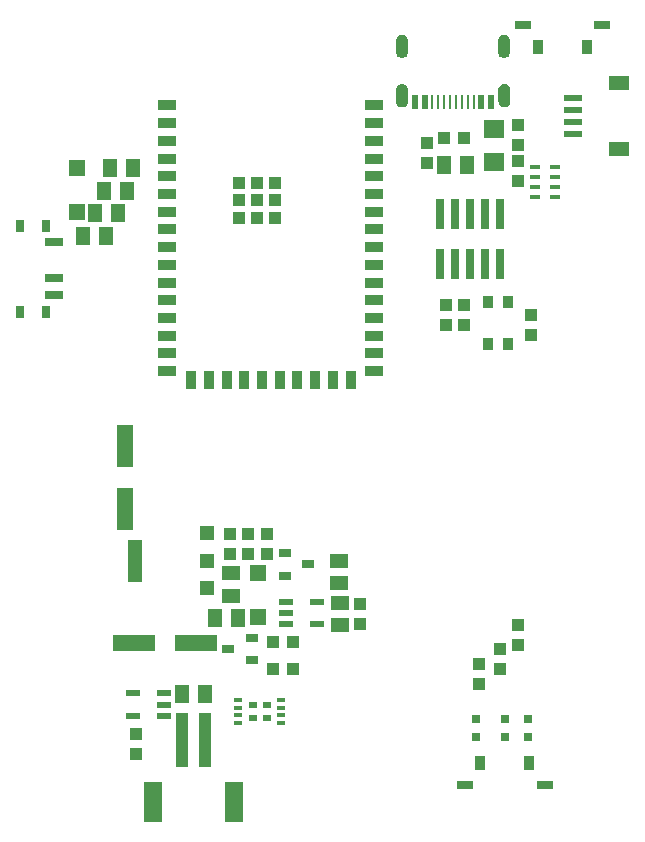
<source format=gbr>
G04 EAGLE Gerber RS-274X export*
G75*
%MOMM*%
%FSLAX34Y34*%
%LPD*%
%INSolderpaste Top*%
%IPPOS*%
%AMOC8*
5,1,8,0,0,1.08239X$1,22.5*%
G01*
%ADD10R,0.800000X0.800000*%
%ADD11R,1.240000X1.500000*%
%ADD12R,1.800000X1.600000*%
%ADD13R,1.000000X1.075000*%
%ADD14R,0.800000X1.000000*%
%ADD15R,1.500000X0.700000*%
%ADD16R,0.760000X2.600000*%
%ADD17R,1.200000X0.550000*%
%ADD18R,1.500000X1.240000*%
%ADD19R,1.000000X4.600000*%
%ADD20R,1.600000X3.400000*%
%ADD21R,1.075000X1.000000*%
%ADD22R,1.400000X1.400000*%
%ADD23R,1.016000X0.635000*%
%ADD24R,0.850000X1.000000*%
%ADD25R,1.400000X3.556000*%
%ADD26R,3.556000X1.400000*%
%ADD27R,1.300000X1.300000*%
%ADD28R,1.300000X3.600000*%
%ADD29R,0.575000X1.150000*%
%ADD30R,0.275000X1.150000*%
%ADD31R,1.500000X0.900000*%
%ADD32R,1.100000X1.100000*%
%ADD33R,0.900000X1.500000*%
%ADD34R,1.550000X0.600000*%
%ADD35R,1.800000X1.200000*%
%ADD36R,0.900000X1.270000*%
%ADD37R,1.450000X0.800000*%
%ADD38R,0.900000X0.450000*%
%ADD39R,0.700000X0.350000*%
%ADD40R,0.800000X0.600000*%

G36*
X336284Y651251D02*
X336284Y651251D01*
X336284Y651252D01*
X336285Y651252D01*
X337359Y651627D01*
X337359Y651628D01*
X337360Y651628D01*
X338323Y652233D01*
X338323Y652234D01*
X338324Y652234D01*
X339128Y653038D01*
X339128Y653039D01*
X339129Y653039D01*
X339734Y654002D01*
X339734Y654003D01*
X339735Y654003D01*
X340110Y655077D01*
X340110Y655078D01*
X340111Y655078D01*
X340112Y655093D01*
X340113Y655098D01*
X340113Y655103D01*
X340114Y655108D01*
X340115Y655113D01*
X340115Y655118D01*
X340116Y655123D01*
X340116Y655128D01*
X340119Y655153D01*
X340120Y655158D01*
X340120Y655163D01*
X340121Y655168D01*
X340121Y655173D01*
X340122Y655178D01*
X340122Y655183D01*
X340123Y655188D01*
X340126Y655213D01*
X340126Y655218D01*
X340127Y655223D01*
X340127Y655228D01*
X340128Y655233D01*
X340129Y655237D01*
X340129Y655238D01*
X340129Y655242D01*
X340129Y655243D01*
X340130Y655247D01*
X340132Y655272D01*
X340133Y655277D01*
X340134Y655282D01*
X340134Y655287D01*
X340135Y655292D01*
X340135Y655297D01*
X340136Y655302D01*
X340136Y655307D01*
X340139Y655332D01*
X340140Y655337D01*
X340140Y655342D01*
X340141Y655347D01*
X340141Y655352D01*
X340142Y655357D01*
X340143Y655362D01*
X340143Y655367D01*
X340145Y655387D01*
X340146Y655392D01*
X340146Y655396D01*
X340146Y655397D01*
X340147Y655401D01*
X340147Y655402D01*
X340148Y655406D01*
X340148Y655411D01*
X340149Y655416D01*
X340149Y655421D01*
X340150Y655426D01*
X340152Y655446D01*
X340153Y655451D01*
X340153Y655456D01*
X340154Y655461D01*
X340154Y655466D01*
X340155Y655471D01*
X340155Y655476D01*
X340156Y655481D01*
X340157Y655486D01*
X340159Y655506D01*
X340159Y655511D01*
X340160Y655516D01*
X340160Y655521D01*
X340161Y655526D01*
X340162Y655531D01*
X340162Y655536D01*
X340163Y655541D01*
X340163Y655546D01*
X340165Y655565D01*
X340166Y655565D01*
X340166Y655570D01*
X340167Y655575D01*
X340167Y655580D01*
X340168Y655585D01*
X340168Y655590D01*
X340169Y655595D01*
X340169Y655600D01*
X340170Y655605D01*
X340172Y655625D01*
X340173Y655630D01*
X340173Y655635D01*
X340174Y655640D01*
X340174Y655645D01*
X340175Y655650D01*
X340176Y655655D01*
X340176Y655660D01*
X340177Y655665D01*
X340179Y655685D01*
X340179Y655690D01*
X340180Y655690D01*
X340179Y655690D01*
X340180Y655695D01*
X340181Y655700D01*
X340181Y655705D01*
X340182Y655710D01*
X340182Y655714D01*
X340182Y655715D01*
X340183Y655719D01*
X340183Y655720D01*
X340183Y655724D01*
X340186Y655744D01*
X340186Y655749D01*
X340187Y655754D01*
X340187Y655759D01*
X340188Y655764D01*
X340188Y655769D01*
X340189Y655774D01*
X340190Y655779D01*
X340190Y655784D01*
X340192Y655804D01*
X340193Y655809D01*
X340193Y655814D01*
X340194Y655814D01*
X340193Y655814D01*
X340194Y655819D01*
X340195Y655824D01*
X340195Y655829D01*
X340196Y655834D01*
X340196Y655839D01*
X340197Y655844D01*
X340199Y655864D01*
X340200Y655869D01*
X340200Y655873D01*
X340200Y655874D01*
X340201Y655878D01*
X340201Y655879D01*
X340201Y655883D01*
X340202Y655888D01*
X340202Y655893D01*
X340203Y655898D01*
X340204Y655903D01*
X340206Y655923D01*
X340206Y655928D01*
X340207Y655933D01*
X340207Y655938D01*
X340208Y655938D01*
X340207Y655938D01*
X340208Y655943D01*
X340209Y655948D01*
X340209Y655953D01*
X340210Y655958D01*
X340210Y655963D01*
X340213Y655983D01*
X340213Y655988D01*
X340214Y655993D01*
X340214Y655998D01*
X340215Y656003D01*
X340215Y656008D01*
X340216Y656013D01*
X340216Y656018D01*
X340217Y656023D01*
X340219Y656042D01*
X340220Y656047D01*
X340220Y656052D01*
X340221Y656057D01*
X340221Y656062D01*
X340222Y656062D01*
X340221Y656062D01*
X340222Y656067D01*
X340223Y656072D01*
X340223Y656077D01*
X340226Y656102D01*
X340227Y656107D01*
X340227Y656112D01*
X340228Y656117D01*
X340228Y656122D01*
X340229Y656127D01*
X340229Y656132D01*
X340230Y656137D01*
X340233Y656162D01*
X340233Y656167D01*
X340234Y656172D01*
X340234Y656177D01*
X340235Y656182D01*
X340235Y656187D01*
X340236Y656187D01*
X340235Y656187D01*
X340236Y656191D01*
X340236Y656192D01*
X340237Y656196D01*
X340237Y656197D01*
X340238Y656208D01*
X340238Y656209D01*
X340238Y665861D01*
X340238Y665862D01*
X340111Y666992D01*
X340110Y666992D01*
X340110Y666993D01*
X339735Y668067D01*
X339734Y668067D01*
X339734Y668068D01*
X339129Y669031D01*
X339128Y669031D01*
X339128Y669032D01*
X338324Y669836D01*
X338323Y669836D01*
X338323Y669837D01*
X337360Y670442D01*
X337359Y670442D01*
X337359Y670443D01*
X336285Y670818D01*
X336284Y670818D01*
X336284Y670819D01*
X335154Y670946D01*
X335153Y670946D01*
X335152Y670946D01*
X334918Y670920D01*
X334565Y670880D01*
X334213Y670840D01*
X334079Y670825D01*
X334078Y670824D01*
X334077Y670825D01*
X333057Y670468D01*
X333057Y670467D01*
X333056Y670467D01*
X332141Y669892D01*
X331376Y669128D01*
X331376Y669127D01*
X330801Y668212D01*
X330801Y668211D01*
X330800Y668211D01*
X330443Y667191D01*
X330444Y667190D01*
X330443Y667189D01*
X330442Y667184D01*
X330442Y667179D01*
X330441Y667174D01*
X330439Y667154D01*
X330439Y667149D01*
X330438Y667149D01*
X330439Y667149D01*
X330438Y667144D01*
X330437Y667139D01*
X330437Y667134D01*
X330436Y667129D01*
X330436Y667124D01*
X330435Y667119D01*
X330432Y667094D01*
X330432Y667089D01*
X330431Y667084D01*
X330431Y667079D01*
X330430Y667074D01*
X330430Y667069D01*
X330429Y667064D01*
X330428Y667059D01*
X330426Y667035D01*
X330425Y667030D01*
X330425Y667025D01*
X330424Y667025D01*
X330425Y667025D01*
X330424Y667020D01*
X330423Y667015D01*
X330423Y667010D01*
X330422Y667005D01*
X330422Y667000D01*
X330419Y666980D01*
X330419Y666975D01*
X330418Y666970D01*
X330418Y666965D01*
X330417Y666960D01*
X330417Y666955D01*
X330416Y666950D01*
X330416Y666945D01*
X330415Y666940D01*
X330413Y666920D01*
X330412Y666915D01*
X330412Y666910D01*
X330411Y666905D01*
X330411Y666900D01*
X330410Y666900D01*
X330411Y666900D01*
X330410Y666895D01*
X330409Y666891D01*
X330409Y666890D01*
X330409Y666886D01*
X330409Y666885D01*
X330408Y666881D01*
X330406Y666861D01*
X330405Y666856D01*
X330405Y666851D01*
X330404Y666846D01*
X330404Y666841D01*
X330403Y666836D01*
X330403Y666831D01*
X330402Y666826D01*
X330402Y666821D01*
X330399Y666801D01*
X330399Y666796D01*
X330398Y666791D01*
X330398Y666786D01*
X330397Y666781D01*
X330397Y666776D01*
X330396Y666776D01*
X330397Y666776D01*
X330396Y666771D01*
X330395Y666766D01*
X330393Y666741D01*
X330392Y666736D01*
X330391Y666732D01*
X330391Y666731D01*
X330391Y666727D01*
X330391Y666726D01*
X330390Y666722D01*
X330390Y666717D01*
X330389Y666712D01*
X330389Y666707D01*
X330386Y666682D01*
X330385Y666677D01*
X330385Y666672D01*
X330384Y666667D01*
X330384Y666662D01*
X330383Y666657D01*
X330383Y666652D01*
X330382Y666652D01*
X330383Y666652D01*
X330382Y666647D01*
X330380Y666627D01*
X330379Y666622D01*
X330379Y666617D01*
X330378Y666612D01*
X330377Y666607D01*
X330377Y666602D01*
X330376Y666597D01*
X330376Y666592D01*
X330375Y666587D01*
X330373Y666568D01*
X330373Y666567D01*
X330372Y666563D01*
X330372Y666558D01*
X330371Y666553D01*
X330371Y666548D01*
X330370Y666543D01*
X330370Y666538D01*
X330369Y666533D01*
X330369Y666528D01*
X330368Y666528D01*
X330369Y666528D01*
X330366Y666508D01*
X330366Y666503D01*
X330365Y666498D01*
X330365Y666493D01*
X330364Y666488D01*
X330363Y666483D01*
X330363Y666478D01*
X330362Y666473D01*
X330362Y666468D01*
X330360Y666448D01*
X330359Y666443D01*
X330358Y666438D01*
X330358Y666433D01*
X330357Y666428D01*
X330357Y666423D01*
X330356Y666418D01*
X330356Y666414D01*
X330356Y666413D01*
X330353Y666389D01*
X330352Y666384D01*
X330352Y666379D01*
X330351Y666374D01*
X330351Y666369D01*
X330350Y666364D01*
X330349Y666359D01*
X330349Y666354D01*
X330346Y666329D01*
X330346Y666324D01*
X330345Y666319D01*
X330344Y666314D01*
X330344Y666309D01*
X330343Y666304D01*
X330343Y666299D01*
X330342Y666294D01*
X330340Y666274D01*
X330339Y666269D01*
X330339Y666264D01*
X330338Y666259D01*
X330338Y666255D01*
X330338Y666254D01*
X330337Y666250D01*
X330337Y666249D01*
X330337Y666245D01*
X330336Y666240D01*
X330335Y666235D01*
X330333Y666215D01*
X330333Y666210D01*
X330332Y666205D01*
X330332Y666200D01*
X330331Y666195D01*
X330330Y666190D01*
X330330Y666185D01*
X330329Y666180D01*
X330329Y666175D01*
X330327Y666155D01*
X330326Y666150D01*
X330325Y666145D01*
X330325Y666140D01*
X330324Y666135D01*
X330324Y666130D01*
X330323Y666125D01*
X330323Y666120D01*
X330322Y666116D01*
X330322Y666115D01*
X330322Y655955D01*
X330322Y655954D01*
X330443Y654881D01*
X330444Y654880D01*
X330443Y654879D01*
X330800Y653859D01*
X330801Y653859D01*
X330801Y653858D01*
X331376Y652943D01*
X332141Y652178D01*
X333056Y651603D01*
X333057Y651603D01*
X333057Y651602D01*
X334077Y651245D01*
X334078Y651246D01*
X334079Y651245D01*
X335152Y651124D01*
X335153Y651125D01*
X335154Y651124D01*
X336284Y651251D01*
G37*
G36*
X422644Y651251D02*
X422644Y651251D01*
X422644Y651252D01*
X422645Y651252D01*
X423719Y651627D01*
X423719Y651628D01*
X423720Y651628D01*
X424683Y652233D01*
X424683Y652234D01*
X424684Y652234D01*
X425488Y653038D01*
X425488Y653039D01*
X425489Y653039D01*
X426094Y654002D01*
X426094Y654003D01*
X426095Y654003D01*
X426470Y655077D01*
X426470Y655078D01*
X426471Y655078D01*
X426472Y655093D01*
X426473Y655098D01*
X426473Y655103D01*
X426474Y655108D01*
X426475Y655113D01*
X426475Y655118D01*
X426476Y655123D01*
X426476Y655128D01*
X426479Y655153D01*
X426480Y655158D01*
X426480Y655163D01*
X426481Y655168D01*
X426481Y655173D01*
X426482Y655178D01*
X426482Y655183D01*
X426483Y655188D01*
X426486Y655213D01*
X426486Y655218D01*
X426487Y655223D01*
X426487Y655228D01*
X426488Y655233D01*
X426489Y655237D01*
X426489Y655238D01*
X426489Y655242D01*
X426489Y655243D01*
X426490Y655247D01*
X426492Y655272D01*
X426493Y655277D01*
X426494Y655282D01*
X426494Y655287D01*
X426495Y655292D01*
X426495Y655297D01*
X426496Y655302D01*
X426496Y655307D01*
X426499Y655332D01*
X426500Y655337D01*
X426500Y655342D01*
X426501Y655347D01*
X426501Y655352D01*
X426502Y655357D01*
X426503Y655362D01*
X426503Y655367D01*
X426505Y655387D01*
X426506Y655392D01*
X426506Y655396D01*
X426506Y655397D01*
X426507Y655401D01*
X426507Y655402D01*
X426508Y655406D01*
X426508Y655411D01*
X426509Y655416D01*
X426509Y655421D01*
X426510Y655426D01*
X426512Y655446D01*
X426513Y655451D01*
X426513Y655456D01*
X426514Y655461D01*
X426514Y655466D01*
X426515Y655471D01*
X426515Y655476D01*
X426516Y655481D01*
X426517Y655486D01*
X426519Y655506D01*
X426519Y655511D01*
X426520Y655516D01*
X426520Y655521D01*
X426521Y655526D01*
X426522Y655531D01*
X426522Y655536D01*
X426523Y655541D01*
X426523Y655546D01*
X426525Y655565D01*
X426526Y655565D01*
X426526Y655570D01*
X426527Y655575D01*
X426527Y655580D01*
X426528Y655585D01*
X426528Y655590D01*
X426529Y655595D01*
X426529Y655600D01*
X426530Y655605D01*
X426532Y655625D01*
X426533Y655630D01*
X426533Y655635D01*
X426534Y655640D01*
X426534Y655645D01*
X426535Y655650D01*
X426536Y655655D01*
X426536Y655660D01*
X426537Y655665D01*
X426539Y655685D01*
X426539Y655690D01*
X426540Y655690D01*
X426539Y655690D01*
X426540Y655695D01*
X426541Y655700D01*
X426541Y655705D01*
X426542Y655710D01*
X426542Y655714D01*
X426542Y655715D01*
X426543Y655719D01*
X426543Y655720D01*
X426543Y655724D01*
X426546Y655744D01*
X426546Y655749D01*
X426547Y655754D01*
X426547Y655759D01*
X426548Y655764D01*
X426548Y655769D01*
X426549Y655774D01*
X426550Y655779D01*
X426550Y655784D01*
X426552Y655804D01*
X426553Y655809D01*
X426553Y655814D01*
X426554Y655814D01*
X426553Y655814D01*
X426554Y655819D01*
X426555Y655824D01*
X426555Y655829D01*
X426556Y655834D01*
X426556Y655839D01*
X426557Y655844D01*
X426559Y655864D01*
X426560Y655869D01*
X426560Y655873D01*
X426560Y655874D01*
X426561Y655878D01*
X426561Y655879D01*
X426561Y655883D01*
X426562Y655888D01*
X426562Y655893D01*
X426563Y655898D01*
X426564Y655903D01*
X426566Y655923D01*
X426566Y655928D01*
X426567Y655933D01*
X426567Y655938D01*
X426568Y655938D01*
X426567Y655938D01*
X426568Y655943D01*
X426569Y655948D01*
X426569Y655953D01*
X426570Y655958D01*
X426570Y655963D01*
X426573Y655983D01*
X426573Y655988D01*
X426574Y655993D01*
X426574Y655998D01*
X426575Y656003D01*
X426575Y656008D01*
X426576Y656013D01*
X426576Y656018D01*
X426577Y656023D01*
X426579Y656042D01*
X426580Y656047D01*
X426580Y656052D01*
X426581Y656057D01*
X426581Y656062D01*
X426582Y656062D01*
X426581Y656062D01*
X426582Y656067D01*
X426583Y656072D01*
X426583Y656077D01*
X426586Y656102D01*
X426587Y656107D01*
X426587Y656112D01*
X426588Y656117D01*
X426588Y656122D01*
X426589Y656127D01*
X426589Y656132D01*
X426590Y656137D01*
X426593Y656162D01*
X426593Y656167D01*
X426594Y656172D01*
X426594Y656177D01*
X426595Y656182D01*
X426595Y656187D01*
X426596Y656187D01*
X426595Y656187D01*
X426596Y656191D01*
X426596Y656192D01*
X426597Y656196D01*
X426597Y656197D01*
X426598Y656208D01*
X426598Y656209D01*
X426598Y665861D01*
X426598Y665862D01*
X426471Y666992D01*
X426470Y666992D01*
X426470Y666993D01*
X426095Y668067D01*
X426094Y668067D01*
X426094Y668068D01*
X425489Y669031D01*
X425488Y669031D01*
X425488Y669032D01*
X424684Y669836D01*
X424683Y669836D01*
X424683Y669837D01*
X423720Y670442D01*
X423719Y670442D01*
X423719Y670443D01*
X422645Y670818D01*
X422644Y670818D01*
X422644Y670819D01*
X421514Y670946D01*
X421513Y670946D01*
X421512Y670946D01*
X421278Y670920D01*
X420925Y670880D01*
X420573Y670840D01*
X420439Y670825D01*
X420438Y670824D01*
X420437Y670825D01*
X419417Y670468D01*
X419417Y670467D01*
X419416Y670467D01*
X418501Y669892D01*
X417736Y669128D01*
X417736Y669127D01*
X417161Y668212D01*
X417161Y668211D01*
X417160Y668211D01*
X416803Y667191D01*
X416804Y667190D01*
X416803Y667189D01*
X416802Y667184D01*
X416802Y667179D01*
X416801Y667174D01*
X416799Y667154D01*
X416799Y667149D01*
X416798Y667149D01*
X416799Y667149D01*
X416798Y667144D01*
X416797Y667139D01*
X416797Y667134D01*
X416796Y667129D01*
X416796Y667124D01*
X416795Y667119D01*
X416792Y667094D01*
X416792Y667089D01*
X416791Y667084D01*
X416791Y667079D01*
X416790Y667074D01*
X416790Y667069D01*
X416789Y667064D01*
X416788Y667059D01*
X416786Y667035D01*
X416785Y667030D01*
X416785Y667025D01*
X416784Y667025D01*
X416785Y667025D01*
X416784Y667020D01*
X416783Y667015D01*
X416783Y667010D01*
X416782Y667005D01*
X416782Y667000D01*
X416779Y666980D01*
X416779Y666975D01*
X416778Y666970D01*
X416778Y666965D01*
X416777Y666960D01*
X416777Y666955D01*
X416776Y666950D01*
X416776Y666945D01*
X416775Y666940D01*
X416773Y666920D01*
X416772Y666915D01*
X416772Y666910D01*
X416771Y666905D01*
X416771Y666900D01*
X416770Y666900D01*
X416771Y666900D01*
X416770Y666895D01*
X416769Y666891D01*
X416769Y666890D01*
X416769Y666886D01*
X416769Y666885D01*
X416768Y666881D01*
X416766Y666861D01*
X416765Y666856D01*
X416765Y666851D01*
X416764Y666846D01*
X416764Y666841D01*
X416763Y666836D01*
X416763Y666831D01*
X416762Y666826D01*
X416762Y666821D01*
X416759Y666801D01*
X416759Y666796D01*
X416758Y666791D01*
X416758Y666786D01*
X416757Y666781D01*
X416757Y666776D01*
X416756Y666776D01*
X416757Y666776D01*
X416756Y666771D01*
X416755Y666766D01*
X416753Y666741D01*
X416752Y666736D01*
X416751Y666732D01*
X416751Y666731D01*
X416751Y666727D01*
X416751Y666726D01*
X416750Y666722D01*
X416750Y666717D01*
X416749Y666712D01*
X416749Y666707D01*
X416746Y666682D01*
X416745Y666677D01*
X416745Y666672D01*
X416744Y666667D01*
X416744Y666662D01*
X416743Y666657D01*
X416743Y666652D01*
X416742Y666652D01*
X416743Y666652D01*
X416742Y666647D01*
X416740Y666627D01*
X416739Y666622D01*
X416739Y666617D01*
X416738Y666612D01*
X416737Y666607D01*
X416737Y666602D01*
X416736Y666597D01*
X416736Y666592D01*
X416735Y666587D01*
X416733Y666568D01*
X416733Y666567D01*
X416732Y666563D01*
X416732Y666558D01*
X416731Y666553D01*
X416731Y666548D01*
X416730Y666543D01*
X416730Y666538D01*
X416729Y666533D01*
X416729Y666528D01*
X416728Y666528D01*
X416729Y666528D01*
X416726Y666508D01*
X416726Y666503D01*
X416725Y666498D01*
X416725Y666493D01*
X416724Y666488D01*
X416723Y666483D01*
X416723Y666478D01*
X416722Y666473D01*
X416722Y666468D01*
X416720Y666448D01*
X416719Y666443D01*
X416718Y666438D01*
X416718Y666433D01*
X416717Y666428D01*
X416717Y666423D01*
X416716Y666418D01*
X416716Y666414D01*
X416716Y666413D01*
X416713Y666389D01*
X416712Y666384D01*
X416712Y666379D01*
X416711Y666374D01*
X416711Y666369D01*
X416710Y666364D01*
X416709Y666359D01*
X416709Y666354D01*
X416706Y666329D01*
X416706Y666324D01*
X416705Y666319D01*
X416704Y666314D01*
X416704Y666309D01*
X416703Y666304D01*
X416703Y666299D01*
X416702Y666294D01*
X416700Y666274D01*
X416699Y666269D01*
X416699Y666264D01*
X416698Y666259D01*
X416698Y666255D01*
X416698Y666254D01*
X416697Y666250D01*
X416697Y666249D01*
X416697Y666245D01*
X416696Y666240D01*
X416695Y666235D01*
X416693Y666215D01*
X416693Y666210D01*
X416692Y666205D01*
X416692Y666200D01*
X416691Y666195D01*
X416690Y666190D01*
X416690Y666185D01*
X416689Y666180D01*
X416689Y666175D01*
X416687Y666155D01*
X416686Y666150D01*
X416685Y666145D01*
X416685Y666140D01*
X416684Y666135D01*
X416684Y666130D01*
X416683Y666125D01*
X416683Y666120D01*
X416682Y666116D01*
X416682Y666115D01*
X416682Y655955D01*
X416682Y655954D01*
X416803Y654881D01*
X416804Y654880D01*
X416803Y654879D01*
X417160Y653859D01*
X417161Y653859D01*
X417161Y653858D01*
X417736Y652943D01*
X418501Y652178D01*
X419416Y651603D01*
X419417Y651603D01*
X419417Y651602D01*
X420437Y651245D01*
X420438Y651246D01*
X420439Y651245D01*
X421512Y651124D01*
X421513Y651125D01*
X421514Y651124D01*
X422644Y651251D01*
G37*
G36*
X422771Y609468D02*
X422771Y609468D01*
X422771Y609469D01*
X422772Y609469D01*
X423846Y609844D01*
X423846Y609845D01*
X423847Y609845D01*
X424810Y610450D01*
X424810Y610451D01*
X424811Y610451D01*
X425615Y611255D01*
X425615Y611256D01*
X425616Y611256D01*
X426221Y612219D01*
X426221Y612220D01*
X426222Y612220D01*
X426597Y613294D01*
X426597Y613295D01*
X426598Y613295D01*
X426599Y613310D01*
X426600Y613315D01*
X426600Y613320D01*
X426601Y613325D01*
X426602Y613330D01*
X426602Y613335D01*
X426603Y613340D01*
X426603Y613345D01*
X426606Y613370D01*
X426607Y613375D01*
X426607Y613380D01*
X426608Y613385D01*
X426608Y613390D01*
X426609Y613395D01*
X426609Y613400D01*
X426610Y613405D01*
X426613Y613430D01*
X426613Y613435D01*
X426614Y613440D01*
X426614Y613445D01*
X426615Y613450D01*
X426616Y613454D01*
X426616Y613455D01*
X426616Y613459D01*
X426616Y613460D01*
X426617Y613464D01*
X426619Y613489D01*
X426620Y613494D01*
X426621Y613499D01*
X426621Y613504D01*
X426622Y613509D01*
X426622Y613514D01*
X426623Y613519D01*
X426623Y613524D01*
X426626Y613549D01*
X426627Y613554D01*
X426627Y613559D01*
X426628Y613564D01*
X426628Y613569D01*
X426629Y613574D01*
X426630Y613579D01*
X426630Y613584D01*
X426632Y613604D01*
X426633Y613609D01*
X426633Y613613D01*
X426633Y613614D01*
X426634Y613618D01*
X426634Y613619D01*
X426635Y613623D01*
X426635Y613628D01*
X426636Y613633D01*
X426636Y613638D01*
X426637Y613643D01*
X426639Y613663D01*
X426640Y613668D01*
X426640Y613673D01*
X426641Y613678D01*
X426641Y613683D01*
X426642Y613688D01*
X426642Y613693D01*
X426643Y613698D01*
X426644Y613703D01*
X426646Y613723D01*
X426646Y613728D01*
X426647Y613733D01*
X426647Y613738D01*
X426648Y613743D01*
X426649Y613748D01*
X426649Y613753D01*
X426650Y613758D01*
X426650Y613763D01*
X426652Y613782D01*
X426653Y613782D01*
X426653Y613787D01*
X426654Y613792D01*
X426654Y613797D01*
X426655Y613802D01*
X426655Y613807D01*
X426656Y613812D01*
X426656Y613817D01*
X426657Y613822D01*
X426659Y613842D01*
X426660Y613847D01*
X426660Y613852D01*
X426661Y613857D01*
X426661Y613862D01*
X426662Y613867D01*
X426663Y613872D01*
X426663Y613877D01*
X426664Y613882D01*
X426666Y613902D01*
X426666Y613907D01*
X426667Y613907D01*
X426666Y613907D01*
X426667Y613912D01*
X426668Y613917D01*
X426668Y613922D01*
X426669Y613927D01*
X426669Y613931D01*
X426669Y613932D01*
X426670Y613936D01*
X426670Y613937D01*
X426670Y613941D01*
X426673Y613961D01*
X426673Y613966D01*
X426674Y613971D01*
X426674Y613976D01*
X426675Y613981D01*
X426675Y613986D01*
X426676Y613991D01*
X426677Y613996D01*
X426677Y614001D01*
X426679Y614021D01*
X426680Y614026D01*
X426680Y614031D01*
X426681Y614031D01*
X426680Y614031D01*
X426681Y614036D01*
X426682Y614041D01*
X426682Y614046D01*
X426683Y614051D01*
X426683Y614056D01*
X426684Y614061D01*
X426686Y614081D01*
X426687Y614086D01*
X426687Y614090D01*
X426687Y614091D01*
X426688Y614095D01*
X426688Y614096D01*
X426688Y614100D01*
X426689Y614105D01*
X426689Y614110D01*
X426690Y614115D01*
X426691Y614120D01*
X426693Y614140D01*
X426693Y614145D01*
X426694Y614150D01*
X426694Y614155D01*
X426695Y614155D01*
X426694Y614155D01*
X426695Y614160D01*
X426696Y614165D01*
X426696Y614170D01*
X426697Y614175D01*
X426697Y614180D01*
X426700Y614200D01*
X426700Y614205D01*
X426701Y614210D01*
X426701Y614215D01*
X426702Y614220D01*
X426702Y614225D01*
X426703Y614230D01*
X426703Y614235D01*
X426704Y614240D01*
X426706Y614259D01*
X426707Y614264D01*
X426707Y614269D01*
X426708Y614274D01*
X426708Y614279D01*
X426709Y614279D01*
X426708Y614279D01*
X426709Y614284D01*
X426710Y614289D01*
X426710Y614294D01*
X426713Y614319D01*
X426714Y614324D01*
X426714Y614329D01*
X426715Y614334D01*
X426715Y614339D01*
X426716Y614344D01*
X426716Y614349D01*
X426717Y614354D01*
X426720Y614379D01*
X426720Y614384D01*
X426721Y614389D01*
X426721Y614394D01*
X426722Y614399D01*
X426722Y614404D01*
X426723Y614404D01*
X426722Y614404D01*
X426723Y614408D01*
X426723Y614409D01*
X426724Y614413D01*
X426724Y614414D01*
X426725Y614425D01*
X426725Y614426D01*
X426725Y624078D01*
X426725Y624079D01*
X426598Y625209D01*
X426597Y625209D01*
X426597Y625210D01*
X426222Y626284D01*
X426221Y626284D01*
X426221Y626285D01*
X425616Y627248D01*
X425615Y627248D01*
X425615Y627249D01*
X424811Y628053D01*
X424810Y628053D01*
X424810Y628054D01*
X423847Y628659D01*
X423846Y628659D01*
X423846Y628660D01*
X422772Y629035D01*
X422771Y629035D01*
X422771Y629036D01*
X421641Y629163D01*
X421640Y629163D01*
X421639Y629163D01*
X421405Y629137D01*
X421052Y629097D01*
X420700Y629057D01*
X420566Y629042D01*
X420565Y629041D01*
X420564Y629042D01*
X419544Y628685D01*
X419544Y628684D01*
X419543Y628684D01*
X418628Y628109D01*
X417863Y627345D01*
X417863Y627344D01*
X417288Y626429D01*
X417288Y626428D01*
X417287Y626428D01*
X416930Y625408D01*
X416931Y625407D01*
X416930Y625406D01*
X416929Y625401D01*
X416929Y625396D01*
X416928Y625391D01*
X416926Y625371D01*
X416926Y625366D01*
X416925Y625366D01*
X416926Y625366D01*
X416925Y625361D01*
X416924Y625356D01*
X416924Y625351D01*
X416923Y625346D01*
X416923Y625341D01*
X416922Y625336D01*
X416919Y625311D01*
X416919Y625306D01*
X416918Y625301D01*
X416918Y625296D01*
X416917Y625291D01*
X416917Y625286D01*
X416916Y625281D01*
X416915Y625276D01*
X416913Y625252D01*
X416912Y625247D01*
X416912Y625242D01*
X416911Y625242D01*
X416912Y625242D01*
X416911Y625237D01*
X416910Y625232D01*
X416910Y625227D01*
X416909Y625222D01*
X416909Y625217D01*
X416906Y625197D01*
X416906Y625192D01*
X416905Y625187D01*
X416905Y625182D01*
X416904Y625177D01*
X416904Y625172D01*
X416903Y625167D01*
X416903Y625162D01*
X416902Y625157D01*
X416900Y625137D01*
X416899Y625132D01*
X416899Y625127D01*
X416898Y625122D01*
X416898Y625117D01*
X416897Y625117D01*
X416898Y625117D01*
X416897Y625112D01*
X416896Y625108D01*
X416896Y625107D01*
X416896Y625103D01*
X416896Y625102D01*
X416895Y625098D01*
X416893Y625078D01*
X416892Y625073D01*
X416892Y625068D01*
X416891Y625063D01*
X416891Y625058D01*
X416890Y625053D01*
X416890Y625048D01*
X416889Y625043D01*
X416889Y625038D01*
X416886Y625018D01*
X416886Y625013D01*
X416885Y625008D01*
X416885Y625003D01*
X416884Y624998D01*
X416884Y624993D01*
X416883Y624993D01*
X416884Y624993D01*
X416883Y624988D01*
X416882Y624983D01*
X416880Y624958D01*
X416879Y624953D01*
X416878Y624949D01*
X416878Y624948D01*
X416878Y624944D01*
X416878Y624943D01*
X416877Y624939D01*
X416877Y624934D01*
X416876Y624929D01*
X416876Y624924D01*
X416873Y624899D01*
X416872Y624894D01*
X416872Y624889D01*
X416871Y624884D01*
X416871Y624879D01*
X416870Y624874D01*
X416870Y624869D01*
X416869Y624869D01*
X416870Y624869D01*
X416869Y624864D01*
X416867Y624844D01*
X416866Y624839D01*
X416866Y624834D01*
X416865Y624829D01*
X416864Y624824D01*
X416864Y624819D01*
X416863Y624814D01*
X416863Y624809D01*
X416862Y624804D01*
X416860Y624785D01*
X416860Y624784D01*
X416859Y624780D01*
X416859Y624775D01*
X416858Y624770D01*
X416858Y624765D01*
X416857Y624760D01*
X416857Y624755D01*
X416856Y624750D01*
X416856Y624745D01*
X416855Y624745D01*
X416856Y624745D01*
X416853Y624725D01*
X416853Y624720D01*
X416852Y624715D01*
X416852Y624710D01*
X416851Y624705D01*
X416850Y624700D01*
X416850Y624695D01*
X416849Y624690D01*
X416849Y624685D01*
X416847Y624665D01*
X416846Y624660D01*
X416845Y624655D01*
X416845Y624650D01*
X416844Y624645D01*
X416844Y624640D01*
X416843Y624635D01*
X416843Y624631D01*
X416843Y624630D01*
X416840Y624606D01*
X416839Y624601D01*
X416839Y624596D01*
X416838Y624591D01*
X416838Y624586D01*
X416837Y624581D01*
X416836Y624576D01*
X416836Y624571D01*
X416833Y624546D01*
X416833Y624541D01*
X416832Y624536D01*
X416831Y624531D01*
X416831Y624526D01*
X416830Y624521D01*
X416830Y624516D01*
X416829Y624511D01*
X416827Y624491D01*
X416826Y624486D01*
X416826Y624481D01*
X416825Y624476D01*
X416825Y624472D01*
X416825Y624471D01*
X416824Y624467D01*
X416824Y624466D01*
X416824Y624462D01*
X416823Y624457D01*
X416822Y624452D01*
X416820Y624432D01*
X416820Y624427D01*
X416819Y624422D01*
X416819Y624417D01*
X416818Y624412D01*
X416817Y624407D01*
X416817Y624402D01*
X416816Y624397D01*
X416816Y624392D01*
X416814Y624372D01*
X416813Y624367D01*
X416812Y624362D01*
X416812Y624357D01*
X416811Y624352D01*
X416811Y624347D01*
X416810Y624342D01*
X416810Y624337D01*
X416809Y624333D01*
X416809Y624332D01*
X416809Y614172D01*
X416809Y614171D01*
X416930Y613098D01*
X416931Y613097D01*
X416930Y613096D01*
X417287Y612076D01*
X417288Y612076D01*
X417288Y612075D01*
X417863Y611160D01*
X418628Y610395D01*
X419543Y609820D01*
X419544Y609820D01*
X419544Y609819D01*
X420564Y609462D01*
X420565Y609463D01*
X420566Y609462D01*
X421639Y609341D01*
X421640Y609342D01*
X421641Y609341D01*
X422771Y609468D01*
G37*
G36*
X336284Y609341D02*
X336284Y609341D01*
X336284Y609342D01*
X336285Y609342D01*
X337359Y609717D01*
X337359Y609718D01*
X337360Y609718D01*
X338323Y610323D01*
X338323Y610324D01*
X338324Y610324D01*
X339128Y611128D01*
X339128Y611129D01*
X339129Y611129D01*
X339734Y612092D01*
X339734Y612093D01*
X339735Y612093D01*
X340110Y613167D01*
X340110Y613168D01*
X340111Y613168D01*
X340112Y613183D01*
X340113Y613188D01*
X340113Y613193D01*
X340114Y613198D01*
X340115Y613203D01*
X340115Y613208D01*
X340116Y613213D01*
X340116Y613218D01*
X340119Y613243D01*
X340120Y613248D01*
X340120Y613253D01*
X340121Y613258D01*
X340121Y613263D01*
X340122Y613268D01*
X340122Y613273D01*
X340123Y613278D01*
X340126Y613303D01*
X340126Y613308D01*
X340127Y613313D01*
X340127Y613318D01*
X340128Y613323D01*
X340129Y613327D01*
X340129Y613328D01*
X340129Y613332D01*
X340129Y613333D01*
X340130Y613337D01*
X340132Y613362D01*
X340133Y613367D01*
X340134Y613372D01*
X340134Y613377D01*
X340135Y613382D01*
X340135Y613387D01*
X340136Y613392D01*
X340136Y613397D01*
X340139Y613422D01*
X340140Y613427D01*
X340140Y613432D01*
X340141Y613437D01*
X340141Y613442D01*
X340142Y613447D01*
X340143Y613452D01*
X340143Y613457D01*
X340145Y613477D01*
X340146Y613482D01*
X340146Y613486D01*
X340146Y613487D01*
X340147Y613491D01*
X340147Y613492D01*
X340148Y613496D01*
X340148Y613501D01*
X340149Y613506D01*
X340149Y613511D01*
X340150Y613516D01*
X340152Y613536D01*
X340153Y613541D01*
X340153Y613546D01*
X340154Y613551D01*
X340154Y613556D01*
X340155Y613561D01*
X340155Y613566D01*
X340156Y613571D01*
X340157Y613576D01*
X340159Y613596D01*
X340159Y613601D01*
X340160Y613606D01*
X340160Y613611D01*
X340161Y613616D01*
X340162Y613621D01*
X340162Y613626D01*
X340163Y613631D01*
X340163Y613636D01*
X340165Y613655D01*
X340166Y613655D01*
X340166Y613660D01*
X340167Y613665D01*
X340167Y613670D01*
X340168Y613675D01*
X340168Y613680D01*
X340169Y613685D01*
X340169Y613690D01*
X340170Y613695D01*
X340172Y613715D01*
X340173Y613720D01*
X340173Y613725D01*
X340174Y613730D01*
X340174Y613735D01*
X340175Y613740D01*
X340176Y613745D01*
X340176Y613750D01*
X340177Y613755D01*
X340179Y613775D01*
X340179Y613780D01*
X340180Y613780D01*
X340179Y613780D01*
X340180Y613785D01*
X340181Y613790D01*
X340181Y613795D01*
X340182Y613800D01*
X340182Y613804D01*
X340182Y613805D01*
X340183Y613809D01*
X340183Y613810D01*
X340183Y613814D01*
X340186Y613834D01*
X340186Y613839D01*
X340187Y613844D01*
X340187Y613849D01*
X340188Y613854D01*
X340188Y613859D01*
X340189Y613864D01*
X340190Y613869D01*
X340190Y613874D01*
X340192Y613894D01*
X340193Y613899D01*
X340193Y613904D01*
X340194Y613904D01*
X340193Y613904D01*
X340194Y613909D01*
X340195Y613914D01*
X340195Y613919D01*
X340196Y613924D01*
X340196Y613929D01*
X340197Y613934D01*
X340199Y613954D01*
X340200Y613959D01*
X340200Y613963D01*
X340200Y613964D01*
X340201Y613968D01*
X340201Y613969D01*
X340201Y613973D01*
X340202Y613978D01*
X340202Y613983D01*
X340203Y613988D01*
X340204Y613993D01*
X340206Y614013D01*
X340206Y614018D01*
X340207Y614023D01*
X340207Y614028D01*
X340208Y614028D01*
X340207Y614028D01*
X340208Y614033D01*
X340209Y614038D01*
X340209Y614043D01*
X340210Y614048D01*
X340210Y614053D01*
X340213Y614073D01*
X340213Y614078D01*
X340214Y614083D01*
X340214Y614088D01*
X340215Y614093D01*
X340215Y614098D01*
X340216Y614103D01*
X340216Y614108D01*
X340217Y614113D01*
X340219Y614132D01*
X340220Y614137D01*
X340220Y614142D01*
X340221Y614147D01*
X340221Y614152D01*
X340222Y614152D01*
X340221Y614152D01*
X340222Y614157D01*
X340223Y614162D01*
X340223Y614167D01*
X340226Y614192D01*
X340227Y614197D01*
X340227Y614202D01*
X340228Y614207D01*
X340228Y614212D01*
X340229Y614217D01*
X340229Y614222D01*
X340230Y614227D01*
X340233Y614252D01*
X340233Y614257D01*
X340234Y614262D01*
X340234Y614267D01*
X340235Y614272D01*
X340235Y614277D01*
X340236Y614277D01*
X340235Y614277D01*
X340236Y614281D01*
X340236Y614282D01*
X340237Y614286D01*
X340237Y614287D01*
X340238Y614298D01*
X340238Y614299D01*
X340238Y623951D01*
X340238Y623952D01*
X340111Y625082D01*
X340110Y625082D01*
X340110Y625083D01*
X339735Y626157D01*
X339734Y626157D01*
X339734Y626158D01*
X339129Y627121D01*
X339128Y627121D01*
X339128Y627122D01*
X338324Y627926D01*
X338323Y627926D01*
X338323Y627927D01*
X337360Y628532D01*
X337359Y628532D01*
X337359Y628533D01*
X336285Y628908D01*
X336284Y628908D01*
X336284Y628909D01*
X335154Y629036D01*
X335153Y629036D01*
X335152Y629036D01*
X334918Y629010D01*
X334565Y628970D01*
X334213Y628930D01*
X334079Y628915D01*
X334078Y628914D01*
X334077Y628915D01*
X333057Y628558D01*
X333057Y628557D01*
X333056Y628557D01*
X332141Y627982D01*
X331376Y627218D01*
X331376Y627217D01*
X330801Y626302D01*
X330801Y626301D01*
X330800Y626301D01*
X330443Y625281D01*
X330444Y625280D01*
X330443Y625279D01*
X330442Y625274D01*
X330442Y625269D01*
X330441Y625264D01*
X330439Y625244D01*
X330439Y625239D01*
X330438Y625239D01*
X330439Y625239D01*
X330438Y625234D01*
X330437Y625229D01*
X330437Y625224D01*
X330436Y625219D01*
X330436Y625214D01*
X330435Y625209D01*
X330432Y625184D01*
X330432Y625179D01*
X330431Y625174D01*
X330431Y625169D01*
X330430Y625164D01*
X330430Y625159D01*
X330429Y625154D01*
X330428Y625149D01*
X330426Y625125D01*
X330425Y625120D01*
X330425Y625115D01*
X330424Y625115D01*
X330425Y625115D01*
X330424Y625110D01*
X330423Y625105D01*
X330423Y625100D01*
X330422Y625095D01*
X330422Y625090D01*
X330419Y625070D01*
X330419Y625065D01*
X330418Y625060D01*
X330418Y625055D01*
X330417Y625050D01*
X330417Y625045D01*
X330416Y625040D01*
X330416Y625035D01*
X330415Y625030D01*
X330413Y625010D01*
X330412Y625005D01*
X330412Y625000D01*
X330411Y624995D01*
X330411Y624990D01*
X330410Y624990D01*
X330411Y624990D01*
X330410Y624985D01*
X330409Y624981D01*
X330409Y624980D01*
X330409Y624976D01*
X330409Y624975D01*
X330408Y624971D01*
X330406Y624951D01*
X330405Y624946D01*
X330405Y624941D01*
X330404Y624936D01*
X330404Y624931D01*
X330403Y624926D01*
X330403Y624921D01*
X330402Y624916D01*
X330402Y624911D01*
X330399Y624891D01*
X330399Y624886D01*
X330398Y624881D01*
X330398Y624876D01*
X330397Y624871D01*
X330397Y624866D01*
X330396Y624866D01*
X330397Y624866D01*
X330396Y624861D01*
X330395Y624856D01*
X330393Y624831D01*
X330392Y624826D01*
X330391Y624822D01*
X330391Y624821D01*
X330391Y624817D01*
X330391Y624816D01*
X330390Y624812D01*
X330390Y624807D01*
X330389Y624802D01*
X330389Y624797D01*
X330386Y624772D01*
X330385Y624767D01*
X330385Y624762D01*
X330384Y624757D01*
X330384Y624752D01*
X330383Y624747D01*
X330383Y624742D01*
X330382Y624742D01*
X330383Y624742D01*
X330382Y624737D01*
X330380Y624717D01*
X330379Y624712D01*
X330379Y624707D01*
X330378Y624702D01*
X330377Y624697D01*
X330377Y624692D01*
X330376Y624687D01*
X330376Y624682D01*
X330375Y624677D01*
X330373Y624658D01*
X330373Y624657D01*
X330372Y624653D01*
X330372Y624648D01*
X330371Y624643D01*
X330371Y624638D01*
X330370Y624633D01*
X330370Y624628D01*
X330369Y624623D01*
X330369Y624618D01*
X330368Y624618D01*
X330369Y624618D01*
X330366Y624598D01*
X330366Y624593D01*
X330365Y624588D01*
X330365Y624583D01*
X330364Y624578D01*
X330363Y624573D01*
X330363Y624568D01*
X330362Y624563D01*
X330362Y624558D01*
X330360Y624538D01*
X330359Y624533D01*
X330358Y624528D01*
X330358Y624523D01*
X330357Y624518D01*
X330357Y624513D01*
X330356Y624508D01*
X330356Y624504D01*
X330356Y624503D01*
X330353Y624479D01*
X330352Y624474D01*
X330352Y624469D01*
X330351Y624464D01*
X330351Y624459D01*
X330350Y624454D01*
X330349Y624449D01*
X330349Y624444D01*
X330346Y624419D01*
X330346Y624414D01*
X330345Y624409D01*
X330344Y624404D01*
X330344Y624399D01*
X330343Y624394D01*
X330343Y624389D01*
X330342Y624384D01*
X330340Y624364D01*
X330339Y624359D01*
X330339Y624354D01*
X330338Y624349D01*
X330338Y624345D01*
X330338Y624344D01*
X330337Y624340D01*
X330337Y624339D01*
X330337Y624335D01*
X330336Y624330D01*
X330335Y624325D01*
X330333Y624305D01*
X330333Y624300D01*
X330332Y624295D01*
X330332Y624290D01*
X330331Y624285D01*
X330330Y624280D01*
X330330Y624275D01*
X330329Y624270D01*
X330329Y624265D01*
X330327Y624245D01*
X330326Y624240D01*
X330325Y624235D01*
X330325Y624230D01*
X330324Y624225D01*
X330324Y624220D01*
X330323Y624215D01*
X330323Y624210D01*
X330322Y624206D01*
X330322Y624205D01*
X330322Y614045D01*
X330322Y614044D01*
X330443Y612971D01*
X330444Y612970D01*
X330443Y612969D01*
X330800Y611949D01*
X330801Y611949D01*
X330801Y611948D01*
X331376Y611033D01*
X332141Y610268D01*
X333056Y609693D01*
X333057Y609693D01*
X333057Y609692D01*
X334077Y609335D01*
X334078Y609336D01*
X334079Y609335D01*
X335152Y609214D01*
X335153Y609215D01*
X335154Y609214D01*
X336284Y609341D01*
G37*
D10*
X441706Y75939D03*
X441706Y90939D03*
X422148Y76447D03*
X422148Y91447D03*
D11*
X389865Y560705D03*
X370865Y560705D03*
D12*
X413385Y591215D03*
X413385Y563215D03*
D13*
X433070Y546490D03*
X433070Y563490D03*
X433070Y153933D03*
X433070Y170933D03*
X417830Y133613D03*
X417830Y150613D03*
D14*
X11860Y508940D03*
X33860Y508940D03*
X33860Y435940D03*
X11860Y435940D03*
D15*
X40360Y449940D03*
X40360Y464940D03*
X40360Y494940D03*
D16*
X367030Y519340D03*
X379730Y519340D03*
X392430Y519340D03*
X405130Y519340D03*
X417830Y519340D03*
X367030Y476340D03*
X379730Y476340D03*
X392430Y476340D03*
X405130Y476340D03*
X417830Y476340D03*
D17*
X133651Y94005D03*
X133651Y103505D03*
X133651Y113005D03*
X107649Y113005D03*
X107649Y94005D03*
D10*
X398145Y91066D03*
X398145Y76066D03*
D13*
X400050Y120913D03*
X400050Y137913D03*
D11*
X149250Y112395D03*
X168250Y112395D03*
D13*
X109855Y78350D03*
X109855Y61350D03*
D11*
X196190Y177165D03*
X177190Y177165D03*
D18*
X282575Y189840D03*
X282575Y170840D03*
D17*
X237189Y190475D03*
X237189Y180975D03*
X237189Y171475D03*
X263191Y171475D03*
X263191Y190475D03*
D19*
X168750Y73195D03*
X148750Y73195D03*
D20*
X192750Y21195D03*
X124750Y21195D03*
D21*
X242815Y156210D03*
X225815Y156210D03*
D13*
X433070Y594605D03*
X433070Y577605D03*
D22*
X213360Y177715D03*
X213360Y214715D03*
D23*
X188120Y150495D03*
X208120Y159995D03*
X208120Y140995D03*
D21*
X242815Y133350D03*
X225815Y133350D03*
D24*
X425310Y444220D03*
X425310Y409220D03*
X407810Y444220D03*
X407810Y409220D03*
D13*
X444500Y433315D03*
X444500Y416315D03*
D18*
X190500Y195605D03*
X190500Y214605D03*
D25*
X100965Y269370D03*
X100965Y322450D03*
D26*
X161160Y155575D03*
X108080Y155575D03*
D22*
X59690Y520615D03*
X59690Y557615D03*
D27*
X170200Y202425D03*
X170200Y225425D03*
X170200Y248425D03*
D28*
X109200Y225425D03*
D13*
X189230Y230895D03*
X189230Y247895D03*
D18*
X281940Y206400D03*
X281940Y225400D03*
D13*
X299720Y188840D03*
X299720Y171840D03*
D29*
X410460Y613520D03*
X402460Y613520D03*
D30*
X395960Y613520D03*
X390960Y613520D03*
X385960Y613520D03*
X380960Y613520D03*
X375960Y613520D03*
X370960Y613520D03*
X365960Y613520D03*
X360960Y613520D03*
D29*
X354460Y613520D03*
X346460Y613520D03*
D13*
X356235Y561730D03*
X356235Y578730D03*
D21*
X370595Y583565D03*
X387595Y583565D03*
D23*
X255745Y222250D03*
X235745Y212750D03*
X235745Y231750D03*
D13*
X205105Y247895D03*
X205105Y230895D03*
X220980Y247895D03*
X220980Y230895D03*
D31*
X136655Y610860D03*
D32*
X212255Y530360D03*
D31*
X136655Y595860D03*
X136655Y580860D03*
X136655Y565860D03*
X136655Y550860D03*
X136655Y535860D03*
X136655Y520860D03*
X136655Y505860D03*
X136655Y490860D03*
X136655Y475860D03*
X136655Y460860D03*
X136655Y445860D03*
X136655Y430860D03*
X136655Y415860D03*
X136655Y400860D03*
X136655Y385860D03*
D33*
X156655Y378360D03*
X171655Y378360D03*
X186655Y378360D03*
X201655Y378360D03*
X216655Y378360D03*
X231655Y378360D03*
X246655Y378360D03*
X261655Y378360D03*
X276655Y378360D03*
X291655Y378360D03*
D31*
X311655Y385860D03*
X311655Y400860D03*
X311655Y415860D03*
X311655Y430860D03*
X311655Y445860D03*
X311655Y460860D03*
X311655Y475860D03*
X311655Y490860D03*
X311655Y505860D03*
X311655Y520860D03*
X311655Y535860D03*
X311655Y550860D03*
X311655Y565860D03*
X311655Y580860D03*
X311655Y595860D03*
X311655Y610860D03*
D32*
X197255Y545360D03*
X212255Y545360D03*
X227255Y545360D03*
X197255Y530360D03*
X227255Y530360D03*
X197255Y515360D03*
X212255Y515360D03*
X227255Y515360D03*
D13*
X387985Y425205D03*
X387985Y442205D03*
X372110Y442205D03*
X372110Y425205D03*
D11*
X107290Y557530D03*
X88290Y557530D03*
X102210Y538480D03*
X83210Y538480D03*
X94590Y519430D03*
X75590Y519430D03*
X84430Y500380D03*
X65430Y500380D03*
D34*
X480320Y596980D03*
X480320Y606980D03*
X480320Y586980D03*
X480320Y616980D03*
D35*
X519320Y573980D03*
X519320Y629980D03*
D36*
X492170Y660290D03*
X450170Y660290D03*
D37*
X504920Y679290D03*
X437420Y679290D03*
D38*
X447430Y533100D03*
X464430Y533100D03*
X447430Y542100D03*
X447430Y550100D03*
X447430Y559100D03*
X464430Y559100D03*
X464430Y542100D03*
X464430Y550100D03*
D36*
X401148Y54085D03*
X443148Y54085D03*
D37*
X388398Y35085D03*
X455898Y35085D03*
D39*
X196630Y107540D03*
X196630Y101040D03*
X196630Y94540D03*
X196630Y88040D03*
X232630Y88040D03*
X232630Y94540D03*
X232630Y101040D03*
X232630Y107540D03*
D40*
X208630Y102790D03*
X220630Y102790D03*
X220630Y91790D03*
X208630Y91790D03*
M02*

</source>
